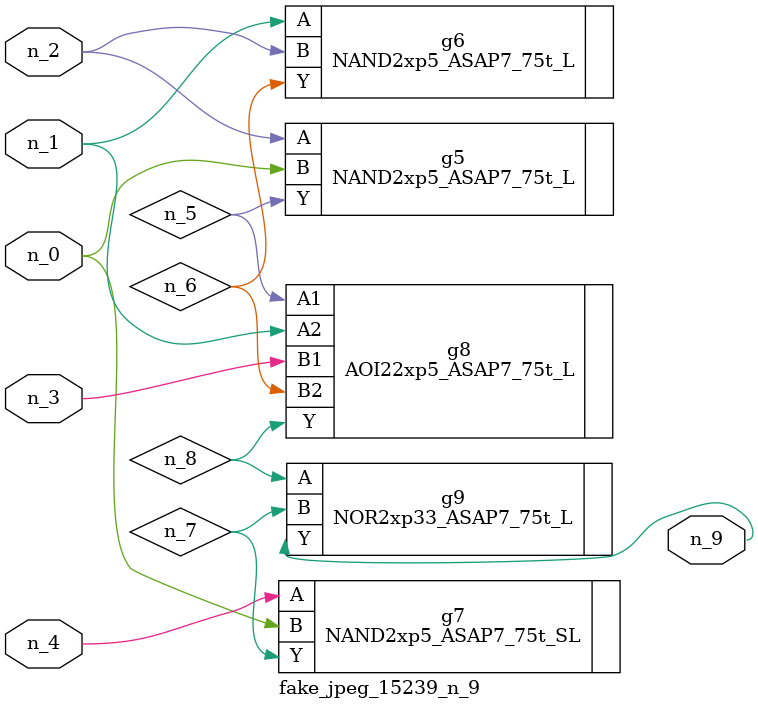
<source format=v>
module fake_jpeg_15239_n_9 (n_3, n_2, n_1, n_0, n_4, n_9);

input n_3;
input n_2;
input n_1;
input n_0;
input n_4;

output n_9;

wire n_8;
wire n_6;
wire n_5;
wire n_7;

NAND2xp5_ASAP7_75t_L g5 ( 
.A(n_2),
.B(n_0),
.Y(n_5)
);

NAND2xp5_ASAP7_75t_L g6 ( 
.A(n_1),
.B(n_2),
.Y(n_6)
);

NAND2xp5_ASAP7_75t_SL g7 ( 
.A(n_4),
.B(n_0),
.Y(n_7)
);

AOI22xp5_ASAP7_75t_L g8 ( 
.A1(n_5),
.A2(n_1),
.B1(n_3),
.B2(n_6),
.Y(n_8)
);

NOR2xp33_ASAP7_75t_L g9 ( 
.A(n_8),
.B(n_7),
.Y(n_9)
);


endmodule
</source>
